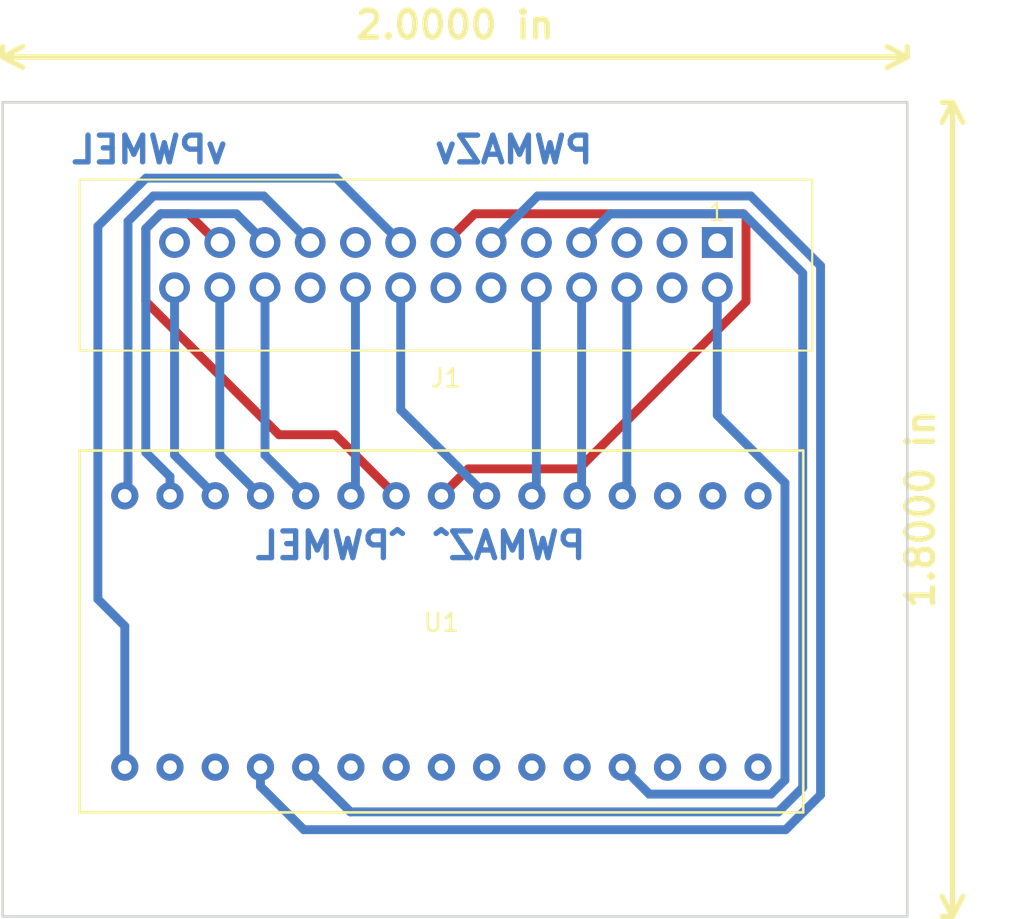
<source format=kicad_pcb>
(kicad_pcb (version 20170123) (host pcbnew "(2017-06-11 revision 44b118f8c)-makepkg")

  (general
    (links 18)
    (no_connects 2)
    (area 121.844999 87.745 181.910001 137.235001)
    (thickness 1.6)
    (drawings 10)
    (tracks 83)
    (zones 0)
    (modules 2)
    (nets 39)
  )

  (page A4)
  (layers
    (0 F.Cu signal)
    (31 B.Cu signal)
    (32 B.Adhes user)
    (33 F.Adhes user)
    (34 B.Paste user)
    (35 F.Paste user)
    (36 B.SilkS user)
    (37 F.SilkS user)
    (38 B.Mask user)
    (39 F.Mask user)
    (40 Dwgs.User user)
    (41 Cmts.User user)
    (42 Eco1.User user)
    (43 Eco2.User user)
    (44 Edge.Cuts user)
    (45 Margin user)
    (46 B.CrtYd user)
    (47 F.CrtYd user)
    (48 B.Fab user)
    (49 F.Fab user)
  )

  (setup
    (last_trace_width 0.5)
    (trace_clearance 0.5)
    (zone_clearance 0.508)
    (zone_45_only no)
    (trace_min 0.1524)
    (segment_width 0.2)
    (edge_width 0.15)
    (via_size 1)
    (via_drill 0.5)
    (via_min_size 0.6858)
    (via_min_drill 0.3302)
    (uvia_size 0.3)
    (uvia_drill 0.1)
    (uvias_allowed no)
    (uvia_min_size 0.2)
    (uvia_min_drill 0.1)
    (pcb_text_width 0.3)
    (pcb_text_size 1.5 1.5)
    (mod_edge_width 0.15)
    (mod_text_size 1 1)
    (mod_text_width 0.15)
    (pad_size 1.524 1.524)
    (pad_drill 0.762)
    (pad_to_mask_clearance 0.2)
    (aux_axis_origin 0 0)
    (visible_elements FFFFFF7F)
    (pcbplotparams
      (layerselection 0x00030_ffffffff)
      (usegerberextensions false)
      (excludeedgelayer true)
      (linewidth 2.000000)
      (plotframeref false)
      (viasonmask false)
      (mode 1)
      (useauxorigin false)
      (hpglpennumber 1)
      (hpglpenspeed 20)
      (hpglpendiameter 15)
      (psnegative false)
      (psa4output false)
      (plotreference true)
      (plotvalue true)
      (plotinvisibletext false)
      (padsonsilk false)
      (subtractmaskfromsilk false)
      (outputformat 1)
      (mirror false)
      (drillshape 1)
      (scaleselection 1)
      (outputdirectory ""))
  )

  (net 0 "")
  (net 1 3V3)
  (net 2 5V)
  (net 3 "Net-(J1-Pad3)")
  (net 4 "Net-(J1-Pad4)")
  (net 5 "Net-(J1-Pad5)")
  (net 6 GND)
  (net 7 DIRAZ)
  (net 8 ELA)
  (net 9 "Net-(J1-Pad9)")
  (net 10 ELB)
  (net 11 BRKAZ)
  (net 12 "Net-(J1-Pad12)")
  (net 13 PWMAZ)
  (net 14 "Net-(J1-Pad14)")
  (net 15 THAZ)
  (net 16 AZEND)
  (net 17 "Net-(J1-Pad17)")
  (net 18 ELEND)
  (net 19 DIREL)
  (net 20 "Net-(J1-Pad20)")
  (net 21 BRKEL)
  (net 22 AZB)
  (net 23 PWMEL)
  (net 24 AZA)
  (net 25 "Net-(J1-Pad25)")
  (net 26 THEL)
  (net 27 "Net-(U1-Pad3V3)")
  (net 28 "Net-(U1-PadREF)")
  (net 29 "Net-(U1-PadA3)")
  (net 30 "Net-(U1-PadA4)")
  (net 31 "Net-(U1-PadA5)")
  (net 32 "Net-(U1-PadA6)")
  (net 33 "Net-(U1-PadA7)")
  (net 34 "Net-(U1-PadRST)")
  (net 35 "Net-(U1-PadVIN)")
  (net 36 "Net-(U1-PadRX0)")
  (net 37 "Net-(U1-PadTX1)")
  (net 38 "Net-(U1-PadA2)")

  (net_class Default "This is the default net class."
    (clearance 0.5)
    (trace_width 0.5)
    (via_dia 1)
    (via_drill 0.5)
    (uvia_dia 0.3)
    (uvia_drill 0.1)
    (add_net 3V3)
    (add_net 5V)
    (add_net AZA)
    (add_net AZB)
    (add_net AZEND)
    (add_net BRKAZ)
    (add_net BRKEL)
    (add_net DIRAZ)
    (add_net DIREL)
    (add_net ELA)
    (add_net ELB)
    (add_net ELEND)
    (add_net GND)
    (add_net "Net-(J1-Pad12)")
    (add_net "Net-(J1-Pad14)")
    (add_net "Net-(J1-Pad17)")
    (add_net "Net-(J1-Pad20)")
    (add_net "Net-(J1-Pad25)")
    (add_net "Net-(J1-Pad3)")
    (add_net "Net-(J1-Pad4)")
    (add_net "Net-(J1-Pad5)")
    (add_net "Net-(J1-Pad9)")
    (add_net "Net-(U1-Pad3V3)")
    (add_net "Net-(U1-PadA2)")
    (add_net "Net-(U1-PadA3)")
    (add_net "Net-(U1-PadA4)")
    (add_net "Net-(U1-PadA5)")
    (add_net "Net-(U1-PadA6)")
    (add_net "Net-(U1-PadA7)")
    (add_net "Net-(U1-PadREF)")
    (add_net "Net-(U1-PadRST)")
    (add_net "Net-(U1-PadRX0)")
    (add_net "Net-(U1-PadTX1)")
    (add_net "Net-(U1-PadVIN)")
    (add_net PWMAZ)
    (add_net PWMEL)
    (add_net THAZ)
    (add_net THEL)
  )

  (module nanolib:ArduinoNano (layer F.Cu) (tedit 57FCDD58) (tstamp 5931531C)
    (at 146.558 121.158 180)
    (descr A0)
    (path /59307DA0)
    (fp_text reference U1 (at 0 0.5 180) (layer F.SilkS)
      (effects (font (size 1 1) (thickness 0.15)))
    )
    (fp_text value ArduinoNano (at 0 -0.5 180) (layer F.Fab)
      (effects (font (size 1 1) (thickness 0.15)))
    )
    (fp_line (start 20.32 -10.16) (end -20.32 -10.16) (layer F.SilkS) (width 0.15))
    (fp_line (start 20.32 10.16) (end 20.32 -10.16) (layer F.SilkS) (width 0.15))
    (fp_line (start -20.32 10.16) (end 20.32 10.16) (layer F.SilkS) (width 0.15))
    (fp_line (start -20.32 -10.16) (end -20.32 10.16) (layer F.SilkS) (width 0.15))
    (pad D13 thru_hole circle (at 17.78 -7.62 180) (size 1.524 1.524) (drill 0.762) (layers *.Cu *.Mask)
      (net 15 THAZ))
    (pad 3V3 thru_hole circle (at 15.24 -7.62 180) (size 1.524 1.524) (drill 0.762) (layers *.Cu *.Mask)
      (net 27 "Net-(U1-Pad3V3)"))
    (pad REF thru_hole circle (at 12.7 -7.62 180) (size 1.524 1.524) (drill 0.762) (layers *.Cu *.Mask)
      (net 28 "Net-(U1-PadREF)"))
    (pad A0 thru_hole circle (at 10.16 -7.62 180) (size 1.524 1.524) (drill 0.762) (layers *.Cu *.Mask)
      (net 11 BRKAZ))
    (pad A1 thru_hole circle (at 7.62 -7.62 180) (size 1.524 1.524) (drill 0.762) (layers *.Cu *.Mask)
      (net 7 DIRAZ))
    (pad A2 thru_hole circle (at 5.08 -7.62 180) (size 1.524 1.524) (drill 0.762) (layers *.Cu *.Mask)
      (net 38 "Net-(U1-PadA2)"))
    (pad A3 thru_hole circle (at 2.54 -7.62 180) (size 1.524 1.524) (drill 0.762) (layers *.Cu *.Mask)
      (net 29 "Net-(U1-PadA3)"))
    (pad A4 thru_hole circle (at 0 -7.62 180) (size 1.524 1.524) (drill 0.762) (layers *.Cu *.Mask)
      (net 30 "Net-(U1-PadA4)"))
    (pad A5 thru_hole circle (at -2.54 -7.62 180) (size 1.524 1.524) (drill 0.762) (layers *.Cu *.Mask)
      (net 31 "Net-(U1-PadA5)"))
    (pad A6 thru_hole circle (at -5.08 -7.62 180) (size 1.524 1.524) (drill 0.762) (layers *.Cu *.Mask)
      (net 32 "Net-(U1-PadA6)"))
    (pad A7 thru_hole circle (at -7.62 -7.62 180) (size 1.524 1.524) (drill 0.762) (layers *.Cu *.Mask)
      (net 33 "Net-(U1-PadA7)"))
    (pad 5V thru_hole circle (at -10.16 -7.62 180) (size 1.524 1.524) (drill 0.762) (layers *.Cu *.Mask)
      (net 2 5V))
    (pad RST thru_hole circle (at -12.7 -7.62 180) (size 1.524 1.524) (drill 0.762) (layers *.Cu *.Mask)
      (net 34 "Net-(U1-PadRST)"))
    (pad GND thru_hole circle (at -15.24 -7.62 180) (size 1.524 1.524) (drill 0.762) (layers *.Cu *.Mask)
      (net 6 GND))
    (pad VIN thru_hole circle (at -17.78 -7.62 180) (size 1.524 1.524) (drill 0.762) (layers *.Cu *.Mask)
      (net 35 "Net-(U1-PadVIN)"))
    (pad D12 thru_hole circle (at 17.78 7.62 180) (size 1.524 1.524) (drill 0.762) (layers *.Cu *.Mask)
      (net 19 DIREL))
    (pad D11 thru_hole circle (at 15.24 7.62 180) (size 1.524 1.524) (drill 0.762) (layers *.Cu *.Mask)
      (net 21 BRKEL))
    (pad D10 thru_hole circle (at 12.7 7.62 180) (size 1.524 1.524) (drill 0.762) (layers *.Cu *.Mask)
      (net 26 THEL))
    (pad D9 thru_hole circle (at 10.16 7.62 180) (size 1.524 1.524) (drill 0.762) (layers *.Cu *.Mask)
      (net 24 AZA))
    (pad D8 thru_hole circle (at 7.62 7.62 180) (size 1.524 1.524) (drill 0.762) (layers *.Cu *.Mask)
      (net 22 AZB))
    (pad D7 thru_hole circle (at 5.08 7.62 180) (size 1.524 1.524) (drill 0.762) (layers *.Cu *.Mask)
      (net 18 ELEND))
    (pad D6 thru_hole circle (at 2.54 7.62 180) (size 1.524 1.524) (drill 0.762) (layers *.Cu *.Mask)
      (net 23 PWMEL))
    (pad D5 thru_hole circle (at 0 7.62 180) (size 1.524 1.524) (drill 0.762) (layers *.Cu *.Mask)
      (net 13 PWMAZ))
    (pad D4 thru_hole circle (at -2.54 7.62 180) (size 1.524 1.524) (drill 0.762) (layers *.Cu *.Mask)
      (net 16 AZEND))
    (pad D3 thru_hole circle (at -5.08 7.62 180) (size 1.524 1.524) (drill 0.762) (layers *.Cu *.Mask)
      (net 10 ELB))
    (pad D2 thru_hole circle (at -7.62 7.62 180) (size 1.524 1.524) (drill 0.762) (layers *.Cu *.Mask)
      (net 8 ELA))
    (pad GND thru_hole circle (at -10.16 7.62 180) (size 1.524 1.524) (drill 0.762) (layers *.Cu *.Mask)
      (net 6 GND))
    (pad RST thru_hole circle (at -12.7 7.62 180) (size 1.524 1.524) (drill 0.762) (layers *.Cu *.Mask)
      (net 34 "Net-(U1-PadRST)"))
    (pad RX0 thru_hole circle (at -15.24 7.62 180) (size 1.524 1.524) (drill 0.762) (layers *.Cu *.Mask)
      (net 36 "Net-(U1-PadRX0)"))
    (pad TX1 thru_hole circle (at -17.78 7.62 180) (size 1.524 1.524) (drill 0.762) (layers *.Cu *.Mask)
      (net 37 "Net-(U1-PadTX1)"))
  )

  (module Connectors:IDC_Header_Straight_26pins (layer F.Cu) (tedit 0) (tstamp 593152F6)
    (at 162.052 99.314 180)
    (descr "26 pins through hole IDC header")
    (tags "IDC header socket VASCH")
    (path /59307677)
    (fp_text reference J1 (at 15.24 -7.62 180) (layer F.SilkS)
      (effects (font (size 1 1) (thickness 0.15)))
    )
    (fp_text value CONN_02X13 (at 16.383 -6.604 180) (layer F.Fab)
      (effects (font (size 1 1) (thickness 0.15)))
    )
    (fp_line (start -5.08 -5.82) (end 35.56 -5.82) (layer F.Fab) (width 0.1))
    (fp_line (start -4.54 -5.27) (end 35 -5.27) (layer F.Fab) (width 0.1))
    (fp_line (start -5.08 3.28) (end 35.56 3.28) (layer F.Fab) (width 0.1))
    (fp_line (start -4.54 2.73) (end 12.99 2.73) (layer F.Fab) (width 0.1))
    (fp_line (start 17.49 2.73) (end 35 2.73) (layer F.Fab) (width 0.1))
    (fp_line (start 12.99 2.73) (end 12.99 3.28) (layer F.Fab) (width 0.1))
    (fp_line (start 17.49 2.73) (end 17.49 3.28) (layer F.Fab) (width 0.1))
    (fp_line (start -5.08 -5.82) (end -5.08 3.28) (layer F.Fab) (width 0.1))
    (fp_line (start -4.54 -5.27) (end -4.54 2.73) (layer F.Fab) (width 0.1))
    (fp_line (start 35.56 -5.82) (end 35.56 3.28) (layer F.Fab) (width 0.1))
    (fp_line (start 35 -5.27) (end 35 2.73) (layer F.Fab) (width 0.1))
    (fp_line (start -5.08 -5.82) (end -4.54 -5.27) (layer F.Fab) (width 0.1))
    (fp_line (start 35.56 -5.82) (end 35 -5.27) (layer F.Fab) (width 0.1))
    (fp_line (start -5.08 3.28) (end -4.54 2.73) (layer F.Fab) (width 0.1))
    (fp_line (start 35.56 3.28) (end 35 2.73) (layer F.Fab) (width 0.1))
    (fp_line (start -5.58 -6.32) (end 36.06 -6.32) (layer F.CrtYd) (width 0.05))
    (fp_line (start 36.06 -6.32) (end 36.06 3.78) (layer F.CrtYd) (width 0.05))
    (fp_line (start 36.06 3.78) (end -5.58 3.78) (layer F.CrtYd) (width 0.05))
    (fp_line (start -5.58 3.78) (end -5.58 -6.32) (layer F.CrtYd) (width 0.05))
    (fp_text user 1 (at 0.02 1.72 180) (layer F.SilkS)
      (effects (font (size 1 1) (thickness 0.12)))
    )
    (fp_line (start -5.33 -6.07) (end 35.81 -6.07) (layer F.SilkS) (width 0.12))
    (fp_line (start 35.81 -6.07) (end 35.81 3.53) (layer F.SilkS) (width 0.12))
    (fp_line (start 35.81 3.53) (end -5.33 3.53) (layer F.SilkS) (width 0.12))
    (fp_line (start -5.33 3.53) (end -5.33 -6.07) (layer F.SilkS) (width 0.12))
    (pad 1 thru_hole rect (at 0 0 180) (size 1.7272 1.7272) (drill 1.016) (layers *.Cu *.Mask)
      (net 1 3V3))
    (pad 2 thru_hole oval (at 0 -2.54 180) (size 1.7272 1.7272) (drill 1.016) (layers *.Cu *.Mask)
      (net 2 5V))
    (pad 3 thru_hole oval (at 2.54 0 180) (size 1.7272 1.7272) (drill 1.016) (layers *.Cu *.Mask)
      (net 3 "Net-(J1-Pad3)"))
    (pad 4 thru_hole oval (at 2.54 -2.54 180) (size 1.7272 1.7272) (drill 1.016) (layers *.Cu *.Mask)
      (net 4 "Net-(J1-Pad4)"))
    (pad 5 thru_hole oval (at 5.08 0 180) (size 1.7272 1.7272) (drill 1.016) (layers *.Cu *.Mask)
      (net 5 "Net-(J1-Pad5)"))
    (pad 6 thru_hole oval (at 5.08 -2.54 180) (size 1.7272 1.7272) (drill 1.016) (layers *.Cu *.Mask)
      (net 6 GND))
    (pad 7 thru_hole oval (at 7.62 0 180) (size 1.7272 1.7272) (drill 1.016) (layers *.Cu *.Mask)
      (net 7 DIRAZ))
    (pad 8 thru_hole oval (at 7.62 -2.54 180) (size 1.7272 1.7272) (drill 1.016) (layers *.Cu *.Mask)
      (net 8 ELA))
    (pad 9 thru_hole oval (at 10.16 0 180) (size 1.7272 1.7272) (drill 1.016) (layers *.Cu *.Mask)
      (net 9 "Net-(J1-Pad9)"))
    (pad 10 thru_hole oval (at 10.16 -2.54 180) (size 1.7272 1.7272) (drill 1.016) (layers *.Cu *.Mask)
      (net 10 ELB))
    (pad 11 thru_hole oval (at 12.7 0 180) (size 1.7272 1.7272) (drill 1.016) (layers *.Cu *.Mask)
      (net 11 BRKAZ))
    (pad 12 thru_hole oval (at 12.7 -2.54 180) (size 1.7272 1.7272) (drill 1.016) (layers *.Cu *.Mask)
      (net 12 "Net-(J1-Pad12)"))
    (pad 13 thru_hole oval (at 15.24 0 180) (size 1.7272 1.7272) (drill 1.016) (layers *.Cu *.Mask)
      (net 13 PWMAZ))
    (pad 14 thru_hole oval (at 15.24 -2.54 180) (size 1.7272 1.7272) (drill 1.016) (layers *.Cu *.Mask)
      (net 14 "Net-(J1-Pad14)"))
    (pad 15 thru_hole oval (at 17.78 0 180) (size 1.7272 1.7272) (drill 1.016) (layers *.Cu *.Mask)
      (net 15 THAZ))
    (pad 16 thru_hole oval (at 17.78 -2.54 180) (size 1.7272 1.7272) (drill 1.016) (layers *.Cu *.Mask)
      (net 16 AZEND))
    (pad 17 thru_hole oval (at 20.32 0 180) (size 1.7272 1.7272) (drill 1.016) (layers *.Cu *.Mask)
      (net 17 "Net-(J1-Pad17)"))
    (pad 18 thru_hole oval (at 20.32 -2.54 180) (size 1.7272 1.7272) (drill 1.016) (layers *.Cu *.Mask)
      (net 18 ELEND))
    (pad 19 thru_hole oval (at 22.86 0 180) (size 1.7272 1.7272) (drill 1.016) (layers *.Cu *.Mask)
      (net 19 DIREL))
    (pad 20 thru_hole oval (at 22.86 -2.54 180) (size 1.7272 1.7272) (drill 1.016) (layers *.Cu *.Mask)
      (net 20 "Net-(J1-Pad20)"))
    (pad 21 thru_hole oval (at 25.4 0 180) (size 1.7272 1.7272) (drill 1.016) (layers *.Cu *.Mask)
      (net 21 BRKEL))
    (pad 22 thru_hole oval (at 25.4 -2.54 180) (size 1.7272 1.7272) (drill 1.016) (layers *.Cu *.Mask)
      (net 22 AZB))
    (pad 23 thru_hole oval (at 27.94 0 180) (size 1.7272 1.7272) (drill 1.016) (layers *.Cu *.Mask)
      (net 23 PWMEL))
    (pad 24 thru_hole oval (at 27.94 -2.54 180) (size 1.7272 1.7272) (drill 1.016) (layers *.Cu *.Mask)
      (net 24 AZA))
    (pad 25 thru_hole oval (at 30.48 0 180) (size 1.7272 1.7272) (drill 1.016) (layers *.Cu *.Mask)
      (net 25 "Net-(J1-Pad25)"))
    (pad 26 thru_hole oval (at 30.48 -2.54 180) (size 1.7272 1.7272) (drill 1.016) (layers *.Cu *.Mask)
      (net 26 THEL))
  )

  (dimension 45.72 (width 0.3) (layer F.SilkS)
    (gr_text "45.720 mm" (at 175.26 114.3 270) (layer F.SilkS)
      (effects (font (size 1.5 1.5) (thickness 0.3)))
    )
    (feature1 (pts (xy 175.26 137.16) (xy 175.26 137.16)))
    (feature2 (pts (xy 175.26 91.44) (xy 175.26 91.44)))
    (crossbar (pts (xy 175.26 91.44) (xy 175.26 137.16)))
    (arrow1a (pts (xy 175.26 137.16) (xy 174.673579 136.033496)))
    (arrow1b (pts (xy 175.26 137.16) (xy 175.846421 136.033496)))
    (arrow2a (pts (xy 175.26 91.44) (xy 174.673579 92.566504)))
    (arrow2b (pts (xy 175.26 91.44) (xy 175.846421 92.566504)))
  )
  (dimension 50.8 (width 0.3) (layer F.SilkS)
    (gr_text "50.800 mm" (at 147.32 88.9) (layer F.SilkS)
      (effects (font (size 1.5 1.5) (thickness 0.3)))
    )
    (feature1 (pts (xy 121.92 88.9) (xy 121.92 88.9)))
    (feature2 (pts (xy 172.72 88.9) (xy 172.72 88.9)))
    (crossbar (pts (xy 172.72 88.9) (xy 121.92 88.9)))
    (arrow1a (pts (xy 121.92 88.9) (xy 123.046504 88.313579)))
    (arrow1b (pts (xy 121.92 88.9) (xy 123.046504 89.486421)))
    (arrow2a (pts (xy 172.72 88.9) (xy 171.593496 88.313579)))
    (arrow2b (pts (xy 172.72 88.9) (xy 171.593496 89.486421)))
  )
  (gr_line (start 121.92 91.44) (end 172.72 91.44) (layer Edge.Cuts) (width 0.15))
  (gr_text PWMAZv (at 150.622 94.107) (layer B.Cu)
    (effects (font (size 1.5 1.5) (thickness 0.3)) (justify mirror))
  )
  (gr_text vPWMEL (at 130.175 94.107) (layer B.Cu)
    (effects (font (size 1.5 1.5) (thickness 0.3)) (justify mirror))
  )
  (gr_text PWMAZ^ (at 150.368 116.332) (layer B.Cu)
    (effects (font (size 1.5 1.5) (thickness 0.3)) (justify mirror))
  )
  (gr_text ^PWMEL (at 140.335 116.332) (layer B.Cu)
    (effects (font (size 1.5 1.5) (thickness 0.3)) (justify mirror))
  )
  (gr_line (start 172.72 137.16) (end 172.72 91.44) (layer Edge.Cuts) (width 0.15))
  (gr_line (start 121.92 137.16) (end 172.72 137.16) (layer Edge.Cuts) (width 0.15))
  (gr_line (start 121.92 91.44) (end 121.92 137.16) (layer Edge.Cuts) (width 0.15))

  (segment (start 162.052 101.854) (end 162.052 109.014238) (width 0.5) (layer B.Cu) (net 2))
  (segment (start 162.052 109.014238) (end 165.850001 112.812239) (width 0.5) (layer B.Cu) (net 2))
  (segment (start 165.850001 112.812239) (end 165.850001 129.503761) (width 0.5) (layer B.Cu) (net 2))
  (segment (start 157.479999 129.539999) (end 156.718 128.778) (width 0.5) (layer B.Cu) (net 2))
  (segment (start 165.850001 129.503761) (end 165.063761 130.290001) (width 0.5) (layer B.Cu) (net 2))
  (segment (start 165.063761 130.290001) (end 158.230001 130.290001) (width 0.5) (layer B.Cu) (net 2))
  (segment (start 158.230001 130.290001) (end 157.479999 129.539999) (width 0.5) (layer B.Cu) (net 2))
  (segment (start 156.972 101.854) (end 156.972 113.284) (width 0.5) (layer B.Cu) (net 6))
  (segment (start 156.972 113.284) (end 156.718 113.538) (width 0.5) (layer B.Cu) (net 6))
  (segment (start 156.972 113.284) (end 156.718 113.538) (width 0.5) (layer F.Cu) (net 6))
  (segment (start 138.938 128.778) (end 141.450011 131.290011) (width 0.5) (layer B.Cu) (net 7))
  (segment (start 141.450011 131.290011) (end 165.477978 131.290011) (width 0.5) (layer B.Cu) (net 7))
  (segment (start 165.477978 131.290011) (end 166.850011 129.917978) (width 0.5) (layer B.Cu) (net 7))
  (segment (start 166.850011 129.917978) (end 166.850011 101.034809) (width 0.5) (layer B.Cu) (net 7))
  (segment (start 166.850011 101.034809) (end 163.515601 97.700399) (width 0.5) (layer B.Cu) (net 7))
  (segment (start 163.515601 97.700399) (end 156.045601 97.700399) (width 0.5) (layer B.Cu) (net 7))
  (segment (start 156.045601 97.700399) (end 155.295599 98.450401) (width 0.5) (layer B.Cu) (net 7))
  (segment (start 155.295599 98.450401) (end 154.432 99.314) (width 0.5) (layer B.Cu) (net 7))
  (segment (start 154.432 101.854) (end 154.432 113.284) (width 0.5) (layer B.Cu) (net 8))
  (segment (start 154.432 113.284) (end 154.178 113.538) (width 0.5) (layer B.Cu) (net 8))
  (segment (start 154.432 113.284) (end 154.178 113.538) (width 0.5) (layer F.Cu) (net 8))
  (segment (start 154.178 102.108) (end 154.432 101.854) (width 0.1524) (layer F.Cu) (net 8))
  (segment (start 151.892 101.854) (end 151.892 113.284) (width 0.5) (layer B.Cu) (net 10))
  (segment (start 151.892 113.284) (end 151.638 113.538) (width 0.5) (layer B.Cu) (net 10))
  (segment (start 151.892 113.284) (end 151.638 113.538) (width 0.5) (layer F.Cu) (net 10))
  (segment (start 136.398 128.778) (end 136.398 129.85563) (width 0.5) (layer B.Cu) (net 11))
  (segment (start 136.398 129.85563) (end 138.832391 132.290021) (width 0.5) (layer B.Cu) (net 11))
  (segment (start 151.965611 96.700389) (end 150.215599 98.450401) (width 0.5) (layer B.Cu) (net 11))
  (segment (start 138.832391 132.290021) (end 165.892195 132.290021) (width 0.5) (layer B.Cu) (net 11))
  (segment (start 167.850021 100.620592) (end 163.929818 96.700389) (width 0.5) (layer B.Cu) (net 11))
  (segment (start 165.892195 132.290021) (end 167.850021 130.332195) (width 0.5) (layer B.Cu) (net 11))
  (segment (start 167.850021 130.332195) (end 167.850021 100.620592) (width 0.5) (layer B.Cu) (net 11))
  (segment (start 163.929818 96.700389) (end 151.965611 96.700389) (width 0.5) (layer B.Cu) (net 11))
  (segment (start 150.215599 98.450401) (end 149.352 99.314) (width 0.5) (layer B.Cu) (net 11))
  (segment (start 146.812 99.314) (end 148.425601 97.700399) (width 0.5) (layer F.Cu) (net 13))
  (segment (start 163.515601 97.700399) (end 163.665601 97.850399) (width 0.5) (layer F.Cu) (net 13))
  (segment (start 148.425601 97.700399) (end 163.515601 97.700399) (width 0.5) (layer F.Cu) (net 13))
  (segment (start 147.319999 112.776001) (end 146.558 113.538) (width 0.5) (layer F.Cu) (net 13))
  (segment (start 163.665601 97.850399) (end 163.665601 102.628529) (width 0.5) (layer F.Cu) (net 13))
  (segment (start 163.665601 102.628529) (end 154.268131 112.025999) (width 0.5) (layer F.Cu) (net 13))
  (segment (start 148.070001 112.025999) (end 147.319999 112.776001) (width 0.5) (layer F.Cu) (net 13))
  (segment (start 154.268131 112.025999) (end 148.070001 112.025999) (width 0.5) (layer F.Cu) (net 13))
  (segment (start 128.778 128.778) (end 128.778 120.855762) (width 0.5) (layer B.Cu) (net 15))
  (segment (start 127.265999 98.403417) (end 129.969037 95.700379) (width 0.5) (layer B.Cu) (net 15))
  (segment (start 140.658379 95.700379) (end 143.408401 98.450401) (width 0.5) (layer B.Cu) (net 15))
  (segment (start 128.778 120.855762) (end 127.265999 119.343761) (width 0.5) (layer B.Cu) (net 15))
  (segment (start 127.265999 119.343761) (end 127.265999 98.403417) (width 0.5) (layer B.Cu) (net 15))
  (segment (start 129.969037 95.700379) (end 140.658379 95.700379) (width 0.5) (layer B.Cu) (net 15))
  (segment (start 143.408401 98.450401) (end 144.272 99.314) (width 0.5) (layer B.Cu) (net 15))
  (segment (start 144.018 99.314) (end 144.272 99.314) (width 0.5) (layer F.Cu) (net 15))
  (segment (start 144.272 101.854) (end 144.272 108.712) (width 0.5) (layer B.Cu) (net 16))
  (segment (start 144.272 108.712) (end 149.098 113.538) (width 0.5) (layer B.Cu) (net 16))
  (segment (start 141.732 101.854) (end 141.732 113.284) (width 0.5) (layer B.Cu) (net 18))
  (segment (start 141.732 113.284) (end 141.478 113.538) (width 0.5) (layer B.Cu) (net 18))
  (segment (start 141.732 113.284) (end 141.478 113.538) (width 0.5) (layer F.Cu) (net 18))
  (segment (start 128.778 113.538) (end 128.958389 113.718389) (width 0.5) (layer B.Cu) (net 19))
  (segment (start 128.958389 113.718389) (end 128.958389 98.125254) (width 0.5) (layer B.Cu) (net 19))
  (segment (start 130.383254 96.700389) (end 136.578389 96.700389) (width 0.5) (layer B.Cu) (net 19))
  (segment (start 128.958389 98.125254) (end 130.383254 96.700389) (width 0.5) (layer B.Cu) (net 19))
  (segment (start 136.578389 96.700389) (end 138.328401 98.450401) (width 0.5) (layer B.Cu) (net 19))
  (segment (start 138.328401 98.450401) (end 139.192 99.314) (width 0.5) (layer B.Cu) (net 19))
  (segment (start 131.318 113.538) (end 131.318 112.46037) (width 0.5) (layer B.Cu) (net 21))
  (segment (start 131.318 112.46037) (end 129.958399 111.100769) (width 0.5) (layer B.Cu) (net 21))
  (segment (start 129.958399 111.100769) (end 129.958399 98.539471) (width 0.5) (layer B.Cu) (net 21))
  (segment (start 129.958399 98.539471) (end 130.797471 97.700399) (width 0.5) (layer B.Cu) (net 21))
  (segment (start 130.797471 97.700399) (end 135.038399 97.700399) (width 0.5) (layer B.Cu) (net 21))
  (segment (start 135.038399 97.700399) (end 135.788401 98.450401) (width 0.5) (layer B.Cu) (net 21))
  (segment (start 135.788401 98.450401) (end 136.652 99.314) (width 0.5) (layer B.Cu) (net 21))
  (segment (start 136.652 101.854) (end 136.652 111.252) (width 0.5) (layer B.Cu) (net 22))
  (segment (start 136.652 111.252) (end 138.938 113.538) (width 0.5) (layer B.Cu) (net 22))
  (segment (start 134.112 99.314) (end 134.112 99.46587) (width 0.5) (layer F.Cu) (net 23))
  (segment (start 129.958399 98.539471) (end 129.958399 102.628529) (width 0.5) (layer F.Cu) (net 23))
  (segment (start 134.112 99.46587) (end 132.346529 97.700399) (width 0.5) (layer F.Cu) (net 23))
  (segment (start 132.346529 97.700399) (end 130.797471 97.700399) (width 0.5) (layer F.Cu) (net 23))
  (segment (start 143.256001 112.776001) (end 144.018 113.538) (width 0.5) (layer F.Cu) (net 23))
  (segment (start 130.797471 97.700399) (end 129.958399 98.539471) (width 0.5) (layer F.Cu) (net 23))
  (segment (start 129.958399 102.628529) (end 137.43887 110.109) (width 0.5) (layer F.Cu) (net 23))
  (segment (start 137.43887 110.109) (end 140.589 110.109) (width 0.5) (layer F.Cu) (net 23))
  (segment (start 140.589 110.109) (end 143.256001 112.776001) (width 0.5) (layer F.Cu) (net 23))
  (segment (start 134.112 101.854) (end 134.112 111.252) (width 0.5) (layer B.Cu) (net 24))
  (segment (start 134.112 111.252) (end 136.398 113.538) (width 0.5) (layer B.Cu) (net 24))
  (segment (start 131.572 101.854) (end 131.572 111.252) (width 0.5) (layer B.Cu) (net 26))
  (segment (start 131.572 111.252) (end 133.858 113.538) (width 0.5) (layer B.Cu) (net 26))

)

</source>
